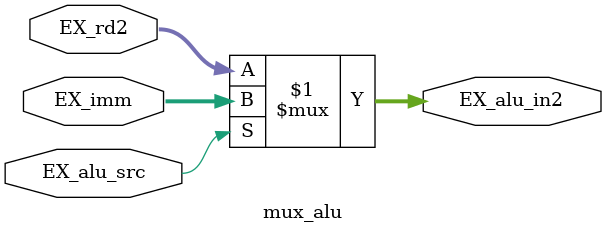
<source format=v>
`ifndef _mux_alu_v_
`define _mux_alu_v_
`endif

module mux_alu(EX_rd2, EX_imm, EX_alu_src, EX_alu_in2);

  input wire [31:0] EX_rd2, EX_imm;
  input wire EX_alu_src;
  
  output wire [31:0] EX_alu_in2;
  
  assign EX_alu_in2 = (EX_alu_src) ? (EX_imm) : (EX_rd2);

endmodule
</source>
